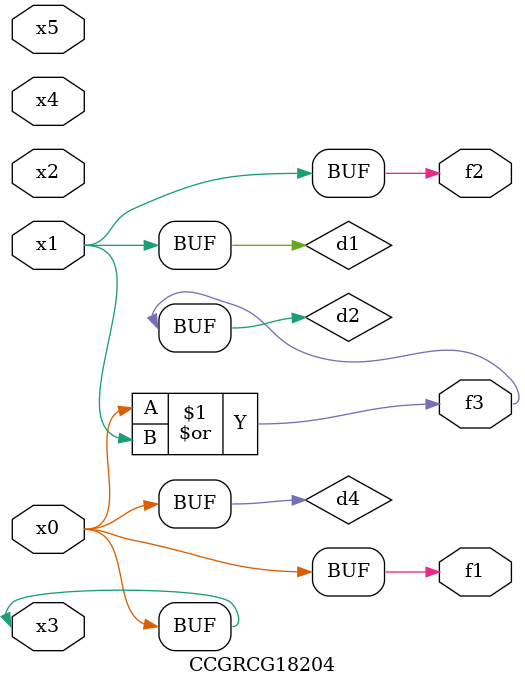
<source format=v>
module CCGRCG18204(
	input x0, x1, x2, x3, x4, x5,
	output f1, f2, f3
);

	wire d1, d2, d3, d4;

	and (d1, x1);
	or (d2, x0, x1);
	nand (d3, x0, x5);
	buf (d4, x0, x3);
	assign f1 = d4;
	assign f2 = d1;
	assign f3 = d2;
endmodule

</source>
